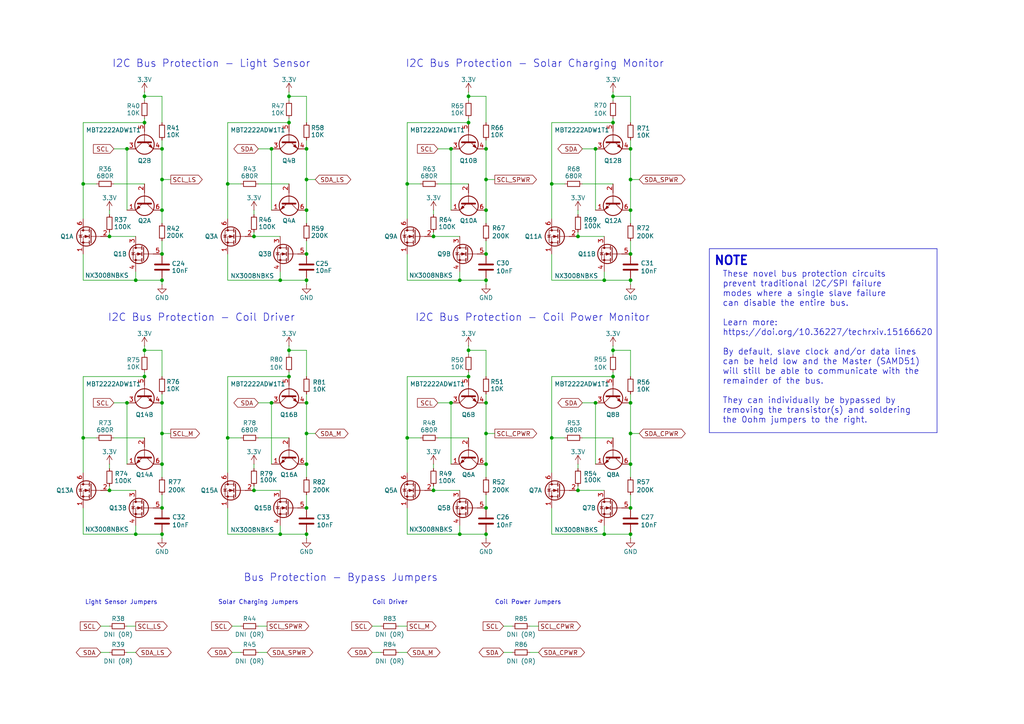
<source format=kicad_sch>
(kicad_sch (version 20231120) (generator "eeschema") (generator_version "8.0")
  (paper "A4")
  (junction (at 66.04 53.34))
  (junction (at 140.97 43.18))
  (junction (at 140.97 116.84))
  (junction (at 46.99 73.66))
  (junction (at 36.83 43.18))
  (junction (at 135.89 109.22))
  (junction (at 135.89 35.56))
  (junction (at 182.88 81.28))
  (junction (at 36.83 116.84))
  (junction (at 160.02 53.34))
  (junction (at 46.99 52.07))
  (junction (at 172.72 43.18))
  (junction (at 41.91 109.22))
  (junction (at 135.89 27.94))
  (junction (at 39.37 154.94))
  (junction (at 88.9 116.84))
  (junction (at 24.13 53.34))
  (junction (at 46.99 116.84))
  (junction (at 83.82 27.94))
  (junction (at 130.81 116.84))
  (junction (at 140.97 147.32))
  (junction (at 177.8 101.6))
  (junction (at 175.26 81.28))
  (junction (at 118.11 53.34))
  (junction (at 83.82 101.6))
  (junction (at 41.91 35.56))
  (junction (at 140.97 60.96))
  (junction (at 24.13 127))
  (junction (at 31.75 142.24))
  (junction (at 73.66 142.24))
  (junction (at 88.9 60.96))
  (junction (at 182.88 116.84))
  (junction (at 160.02 127))
  (junction (at 66.04 127))
  (junction (at 39.37 81.28))
  (junction (at 88.9 147.32))
  (junction (at 88.9 81.28))
  (junction (at 118.11 127))
  (junction (at 177.8 35.56))
  (junction (at 88.9 73.66))
  (junction (at 167.64 68.58))
  (junction (at 182.88 134.62))
  (junction (at 133.35 154.94))
  (junction (at 83.82 35.56))
  (junction (at 78.74 43.18))
  (junction (at 46.99 60.96))
  (junction (at 140.97 134.62))
  (junction (at 172.72 116.84))
  (junction (at 140.97 154.94))
  (junction (at 177.8 109.22))
  (junction (at 41.91 101.6))
  (junction (at 88.9 43.18))
  (junction (at 88.9 125.73))
  (junction (at 81.28 81.28))
  (junction (at 182.88 52.07))
  (junction (at 140.97 125.73))
  (junction (at 182.88 43.18))
  (junction (at 46.99 125.73))
  (junction (at 88.9 52.07))
  (junction (at 140.97 52.07))
  (junction (at 182.88 154.94))
  (junction (at 133.35 81.28))
  (junction (at 130.81 43.18))
  (junction (at 182.88 73.66))
  (junction (at 41.91 27.94))
  (junction (at 31.75 68.58))
  (junction (at 46.99 134.62))
  (junction (at 81.28 154.94))
  (junction (at 88.9 134.62))
  (junction (at 88.9 154.94))
  (junction (at 182.88 125.73))
  (junction (at 140.97 73.66))
  (junction (at 125.73 142.24))
  (junction (at 46.99 43.18))
  (junction (at 175.26 154.94))
  (junction (at 46.99 147.32))
  (junction (at 167.64 142.24))
  (junction (at 177.8 27.94))
  (junction (at 46.99 154.94))
  (junction (at 182.88 147.32))
  (junction (at 135.89 101.6))
  (junction (at 83.82 109.22))
  (junction (at 140.97 81.28))
  (junction (at 78.74 116.84))
  (junction (at 125.73 68.58))
  (junction (at 182.88 60.96))
  (junction (at 73.66 68.58))
  (junction (at 46.99 81.28))
  (wire (pts (xy 49.53 52.07) (xy 46.99 52.07)))
  (wire (pts (xy 160.02 53.34) (xy 163.83 53.34)))
  (wire (pts (xy 125.73 140.97) (xy 125.73 142.24)))
  (wire (pts (xy 153.67 189.23) (xy 156.21 189.23)))
  (wire (pts (xy 24.13 53.34) (xy 27.94 53.34)))
  (wire (pts (xy 182.88 27.94) (xy 177.8 27.94)))
  (wire (pts (xy 135.89 101.6) (xy 135.89 102.87)))
  (wire (pts (xy 39.37 152.4) (xy 39.37 154.94)))
  (wire (pts (xy 140.97 114.3) (xy 140.97 116.84)))
  (wire (pts (xy 118.11 53.34) (xy 118.11 35.56)))
  (wire (pts (xy 39.37 81.28) (xy 46.99 81.28)))
  (wire (pts (xy 91.44 52.07) (xy 88.9 52.07)))
  (wire (pts (xy 182.88 40.64) (xy 182.88 43.18)))
  (wire (pts (xy 115.57 189.23) (xy 118.11 189.23)))
  (wire (pts (xy 135.89 26.67) (xy 135.89 27.94)))
  (wire (pts (xy 88.9 101.6) (xy 88.9 109.22)))
  (wire (pts (xy 146.05 189.23) (xy 148.59 189.23)))
  (wire (pts (xy 74.93 43.18) (xy 78.74 43.18)))
  (wire (pts (xy 185.42 125.73) (xy 182.88 125.73)))
  (wire (pts (xy 24.13 73.66) (xy 24.13 81.28)))
  (wire (pts (xy 24.13 81.28) (xy 39.37 81.28)))
  (wire (pts (xy 78.74 43.18) (xy 78.74 60.96)))
  (wire (pts (xy 74.93 189.23) (xy 77.47 189.23)))
  (wire (pts (xy 118.11 63.5) (xy 118.11 53.34)))
  (wire (pts (xy 133.35 154.94) (xy 140.97 154.94)))
  (wire (pts (xy 177.8 107.95) (xy 177.8 109.22)))
  (wire (pts (xy 81.28 81.28) (xy 88.9 81.28)))
  (wire (pts (xy 135.89 34.29) (xy 135.89 35.56)))
  (wire (pts (xy 127 116.84) (xy 130.81 116.84)))
  (wire (pts (xy 66.04 147.32) (xy 66.04 154.94)))
  (wire (pts (xy 182.88 69.85) (xy 182.88 73.66)))
  (wire (pts (xy 46.99 101.6) (xy 46.99 109.22)))
  (wire (pts (xy 168.91 53.34) (xy 177.8 53.34)))
  (wire (pts (xy 36.83 189.23) (xy 39.37 189.23)))
  (wire (pts (xy 140.97 60.96) (xy 140.97 52.07)))
  (wire (pts (xy 153.67 181.61) (xy 156.21 181.61)))
  (wire (pts (xy 88.9 40.64) (xy 88.9 43.18)))
  (wire (pts (xy 160.02 127) (xy 160.02 109.22)))
  (wire (pts (xy 83.82 34.29) (xy 83.82 35.56)))
  (polyline (pts (xy 271.78 125.476) (xy 271.78 72.136)))
  (wire (pts (xy 36.83 181.61) (xy 39.37 181.61)))
  (wire (pts (xy 73.66 140.97) (xy 73.66 142.24)))
  (wire (pts (xy 83.82 100.33) (xy 83.82 101.6)))
  (wire (pts (xy 182.88 101.6) (xy 182.88 109.22)))
  (wire (pts (xy 140.97 27.94) (xy 135.89 27.94)))
  (wire (pts (xy 140.97 101.6) (xy 140.97 109.22)))
  (wire (pts (xy 66.04 53.34) (xy 69.85 53.34)))
  (wire (pts (xy 146.05 181.61) (xy 148.59 181.61)))
  (wire (pts (xy 66.04 127) (xy 66.04 109.22)))
  (wire (pts (xy 127 43.18) (xy 130.81 43.18)))
  (wire (pts (xy 66.04 35.56) (xy 83.82 35.56)))
  (wire (pts (xy 143.51 125.73) (xy 140.97 125.73)))
  (wire (pts (xy 66.04 73.66) (xy 66.04 81.28)))
  (wire (pts (xy 175.26 154.94) (xy 182.88 154.94)))
  (polyline (pts (xy 205.74 72.136) (xy 205.74 125.476)))
  (wire (pts (xy 125.73 68.58) (xy 133.35 68.58)))
  (wire (pts (xy 118.11 35.56) (xy 135.89 35.56)))
  (wire (pts (xy 177.8 26.67) (xy 177.8 27.94)))
  (wire (pts (xy 167.64 68.58) (xy 175.26 68.58)))
  (wire (pts (xy 167.64 134.62) (xy 167.64 135.89)))
  (wire (pts (xy 24.13 154.94) (xy 39.37 154.94)))
  (wire (pts (xy 88.9 101.6) (xy 83.82 101.6)))
  (wire (pts (xy 127 127) (xy 135.89 127)))
  (wire (pts (xy 39.37 154.94) (xy 46.99 154.94)))
  (wire (pts (xy 73.66 134.62) (xy 73.66 135.89)))
  (wire (pts (xy 46.99 69.85) (xy 46.99 73.66)))
  (wire (pts (xy 24.13 137.16) (xy 24.13 127)))
  (wire (pts (xy 172.72 116.84) (xy 172.72 134.62)))
  (wire (pts (xy 140.97 69.85) (xy 140.97 73.66)))
  (polyline (pts (xy 271.78 72.136) (xy 205.74 72.136)))
  (wire (pts (xy 78.74 116.84) (xy 78.74 134.62)))
  (wire (pts (xy 67.31 189.23) (xy 69.85 189.23)))
  (wire (pts (xy 107.95 181.61) (xy 110.49 181.61)))
  (wire (pts (xy 74.93 116.84) (xy 78.74 116.84)))
  (wire (pts (xy 29.21 181.61) (xy 31.75 181.61)))
  (wire (pts (xy 46.99 134.62) (xy 46.99 125.73)))
  (wire (pts (xy 118.11 81.28) (xy 133.35 81.28)))
  (wire (pts (xy 140.97 143.51) (xy 140.97 147.32)))
  (wire (pts (xy 167.64 60.96) (xy 167.64 62.23)))
  (wire (pts (xy 41.91 27.94) (xy 41.91 29.21)))
  (wire (pts (xy 140.97 101.6) (xy 135.89 101.6)))
  (wire (pts (xy 67.31 181.61) (xy 69.85 181.61)))
  (wire (pts (xy 140.97 52.07) (xy 140.97 43.18)))
  (wire (pts (xy 66.04 127) (xy 69.85 127)))
  (wire (pts (xy 133.35 152.4) (xy 133.35 154.94)))
  (wire (pts (xy 118.11 73.66) (xy 118.11 81.28)))
  (wire (pts (xy 185.42 52.07) (xy 182.88 52.07)))
  (wire (pts (xy 66.04 53.34) (xy 66.04 35.56)))
  (wire (pts (xy 140.97 60.96) (xy 140.97 64.77)))
  (wire (pts (xy 31.75 68.58) (xy 39.37 68.58)))
  (wire (pts (xy 140.97 134.62) (xy 140.97 125.73)))
  (wire (pts (xy 182.88 101.6) (xy 177.8 101.6)))
  (wire (pts (xy 172.72 43.18) (xy 172.72 60.96)))
  (wire (pts (xy 88.9 82.55) (xy 88.9 81.28)))
  (wire (pts (xy 73.66 60.96) (xy 73.66 62.23)))
  (wire (pts (xy 140.97 27.94) (xy 140.97 35.56)))
  (wire (pts (xy 46.99 114.3) (xy 46.99 116.84)))
  (wire (pts (xy 74.93 127) (xy 83.82 127)))
  (wire (pts (xy 83.82 27.94) (xy 83.82 29.21)))
  (wire (pts (xy 160.02 127) (xy 163.83 127)))
  (wire (pts (xy 24.13 63.5) (xy 24.13 53.34)))
  (wire (pts (xy 41.91 26.67) (xy 41.91 27.94)))
  (wire (pts (xy 182.88 114.3) (xy 182.88 116.84)))
  (wire (pts (xy 133.35 81.28) (xy 140.97 81.28)))
  (wire (pts (xy 125.73 60.96) (xy 125.73 62.23)))
  (wire (pts (xy 125.73 67.31) (xy 125.73 68.58)))
  (wire (pts (xy 24.13 127) (xy 27.94 127)))
  (wire (pts (xy 66.04 109.22) (xy 83.82 109.22)))
  (wire (pts (xy 167.64 142.24) (xy 175.26 142.24)))
  (wire (pts (xy 46.99 143.51) (xy 46.99 147.32)))
  (wire (pts (xy 168.91 116.84) (xy 172.72 116.84)))
  (wire (pts (xy 46.99 52.07) (xy 46.99 43.18)))
  (wire (pts (xy 41.91 101.6) (xy 41.91 102.87)))
  (wire (pts (xy 140.97 134.62) (xy 140.97 138.43)))
  (wire (pts (xy 73.66 68.58) (xy 81.28 68.58)))
  (wire (pts (xy 24.13 53.34) (xy 24.13 35.56)))
  (wire (pts (xy 81.28 154.94) (xy 88.9 154.94)))
  (wire (pts (xy 182.88 156.21) (xy 182.88 154.94)))
  (wire (pts (xy 31.75 67.31) (xy 31.75 68.58)))
  (wire (pts (xy 24.13 109.22) (xy 41.91 109.22)))
  (wire (pts (xy 135.89 107.95) (xy 135.89 109.22)))
  (wire (pts (xy 31.75 134.62) (xy 31.75 135.89)))
  (wire (pts (xy 115.57 181.61) (xy 118.11 181.61)))
  (wire (pts (xy 125.73 142.24) (xy 133.35 142.24)))
  (wire (pts (xy 160.02 35.56) (xy 177.8 35.56)))
  (wire (pts (xy 182.88 27.94) (xy 182.88 35.56)))
  (wire (pts (xy 88.9 134.62) (xy 88.9 125.73)))
  (wire (pts (xy 182.88 82.55) (xy 182.88 81.28)))
  (wire (pts (xy 88.9 27.94) (xy 88.9 35.56)))
  (wire (pts (xy 49.53 125.73) (xy 46.99 125.73)))
  (wire (pts (xy 140.97 82.55) (xy 140.97 81.28)))
  (wire (pts (xy 160.02 137.16) (xy 160.02 127)))
  (wire (pts (xy 33.02 43.18) (xy 36.83 43.18)))
  (wire (pts (xy 46.99 60.96) (xy 46.99 64.77)))
  (wire (pts (xy 88.9 60.96) (xy 88.9 52.07)))
  (wire (pts (xy 88.9 156.21) (xy 88.9 154.94)))
  (wire (pts (xy 39.37 78.74) (xy 39.37 81.28)))
  (wire (pts (xy 160.02 81.28) (xy 175.26 81.28)))
  (wire (pts (xy 24.13 147.32) (xy 24.13 154.94)))
  (wire (pts (xy 46.99 40.64) (xy 46.99 43.18)))
  (wire (pts (xy 41.91 100.33) (xy 41.91 101.6)))
  (wire (pts (xy 140.97 125.73) (xy 140.97 116.84)))
  (wire (pts (xy 66.04 137.16) (xy 66.04 127)))
  (wire (pts (xy 127 53.34) (xy 135.89 53.34)))
  (wire (pts (xy 24.13 127) (xy 24.13 109.22)))
  (wire (pts (xy 81.28 78.74) (xy 81.28 81.28)))
  (wire (pts (xy 29.21 189.23) (xy 31.75 189.23)))
  (wire (pts (xy 41.91 107.95) (xy 41.91 109.22)))
  (wire (pts (xy 167.64 67.31) (xy 167.64 68.58)))
  (wire (pts (xy 177.8 101.6) (xy 177.8 102.87)))
  (wire (pts (xy 46.99 125.73) (xy 46.99 116.84)))
  (wire (pts (xy 182.88 125.73) (xy 182.88 116.84)))
  (wire (pts (xy 73.66 67.31) (xy 73.66 68.58)))
  (wire (pts (xy 46.99 27.94) (xy 46.99 35.56)))
  (wire (pts (xy 31.75 142.24) (xy 39.37 142.24)))
  (wire (pts (xy 140.97 156.21) (xy 140.97 154.94)))
  (wire (pts (xy 118.11 137.16) (xy 118.11 127)))
  (wire (pts (xy 73.66 142.24) (xy 81.28 142.24)))
  (wire (pts (xy 177.8 34.29) (xy 177.8 35.56)))
  (wire (pts (xy 118.11 109.22) (xy 135.89 109.22)))
  (wire (pts (xy 168.91 43.18) (xy 172.72 43.18)))
  (wire (pts (xy 118.11 147.32) (xy 118.11 154.94)))
  (wire (pts (xy 135.89 27.94) (xy 135.89 29.21)))
  (wire (pts (xy 118.11 154.94) (xy 133.35 154.94)))
  (wire (pts (xy 160.02 73.66) (xy 160.02 81.28)))
  (wire (pts (xy 160.02 63.5) (xy 160.02 53.34)))
  (wire (pts (xy 182.88 60.96) (xy 182.88 52.07)))
  (wire (pts (xy 160.02 53.34) (xy 160.02 35.56)))
  (wire (pts (xy 46.99 101.6) (xy 41.91 101.6)))
  (wire (pts (xy 88.9 114.3) (xy 88.9 116.84)))
  (wire (pts (xy 135.89 100.33) (xy 135.89 101.6)))
  (wire (pts (xy 46.99 156.21) (xy 46.99 154.94)))
  (wire (pts (xy 160.02 154.94) (xy 175.26 154.94)))
  (wire (pts (xy 46.99 82.55) (xy 46.99 81.28)))
  (wire (pts (xy 118.11 127) (xy 121.92 127)))
  (wire (pts (xy 175.26 152.4) (xy 175.26 154.94)))
  (wire (pts (xy 88.9 134.62) (xy 88.9 138.43)))
  (wire (pts (xy 107.95 189.23) (xy 110.49 189.23)))
  (wire (pts (xy 46.99 27.94) (xy 41.91 27.94)))
  (wire (pts (xy 33.02 127) (xy 41.91 127)))
  (wire (pts (xy 83.82 107.95) (xy 83.82 109.22)))
  (wire (pts (xy 83.82 26.67) (xy 83.82 27.94)))
  (wire (pts (xy 24.13 35.56) (xy 41.91 35.56)))
  (wire (pts (xy 168.91 127) (xy 177.8 127)))
  (wire (pts (xy 33.02 116.84) (xy 36.83 116.84)))
  (wire (pts (xy 177.8 100.33) (xy 177.8 101.6)))
  (wire (pts (xy 88.9 52.07) (xy 88.9 43.18)))
  (wire (pts (xy 182.88 134.62) (xy 182.88 138.43)))
  (wire (pts (xy 46.99 60.96) (xy 46.99 52.07)))
  (wire (pts (xy 33.02 53.34) (xy 41.91 53.34)))
  (wire (pts (xy 125.73 134.62) (xy 125.73 135.89)))
  (wire (pts (xy 66.04 81.28) (xy 81.28 81.28)))
  (wire (pts (xy 83.82 101.6) (xy 83.82 102.87)))
  (wire (pts (xy 175.26 78.74) (xy 175.26 81.28)))
  (wire (pts (xy 182.88 52.07) (xy 182.88 43.18)))
  (wire (pts (xy 167.64 140.97) (xy 167.64 142.24)))
  (wire (pts (xy 88.9 125.73) (xy 88.9 116.84)))
  (wire (pts (xy 118.11 53.34) (xy 121.92 53.34)))
  (wire (pts (xy 182.88 60.96) (xy 182.88 64.77)))
  (wire (pts (xy 66.04 154.94) (xy 81.28 154.94)))
  (wire (pts (xy 160.02 147.32) (xy 160.02 154.94)))
  (wire (pts (xy 31.75 60.96) (xy 31.75 62.23)))
  (wire (pts (xy 46.99 134.62) (xy 46.99 138.43)))
  (wire (pts (xy 130.81 116.84) (xy 130.81 134.62)))
  (wire (pts (xy 91.44 125.73) (xy 88.9 125.73)))
  (wire (pts (xy 143.51 52.07) (xy 140.97 52.07)))
  (wire (pts (xy 41.91 34.29) (xy 41.91 35.56)))
  (wire (pts (xy 74.93 181.61) (xy 77.47 181.61)))
  (wire (pts (xy 74.93 53.34) (xy 83.82 53.34)))
  (wire (pts (xy 133.35 78.74) (xy 133.35 81.28)))
  (wire (pts (xy 130.81 43.18) (xy 130.81 60.96)))
  (wire (pts (xy 175.26 81.28) (xy 182.88 81.28)))
  (wire (pts (xy 140.97 40.64) (xy 140.97 43.18)))
  (wire (pts (xy 36.83 43.18) (xy 36.83 60.96)))
  (wire (pts (xy 31.75 140.97) (xy 31.75 142.24)))
  (wire (pts (xy 88.9 69.85) (xy 88.9 73.66)))
  (wire (pts (xy 177.8 27.94) (xy 177.8 29.21)))
  (wire (pts (xy 66.04 63.5) (xy 66.04 53.34)))
  (wire (pts (xy 88.9 143.51) (xy 88.9 147.32)))
  (wire (pts (xy 182.88 134.62) (xy 182.88 125.73)))
  (wire (pts (xy 81.28 152.4) (xy 81.28 154.94)))
  (wire (pts (xy 160.02 109.22) (xy 177.8 109.22)))
  (polyline (pts (xy 205.74 125.476) (xy 271.78 125.476)))
  (wire (pts (xy 182.88 143.51) (xy 182.88 147.32)))
  (wire (pts (xy 88.9 27.94) (xy 83.82 27.94)))
  (wire (pts (xy 36.83 116.84) (xy 36.83 134.62)))
  (wire (pts (xy 88.9 60.96) (xy 88.9 64.77)))
  (wire (pts (xy 118.11 127) (xy 118.11 109.22)))
  (text "I2C Bus Protection - Coil Driver" (at 31.242 93.472 0) (effects (font (size 2.159 2.159)) (justify left bottom)))
  (text "Bus Protection - Bypass Jumpers" (at 70.612 168.91 0) (effects (font (size 2.159 2.159)) (justify left bottom)))
  (text "These novel bus protection circuits\nprevent traditional I2C/SPI failure \nmodes where a single slave failure\ncan disable the entire bus.\n\nLearn more: \nhttps://doi.org/10.36227/techrxiv.15166620\n\nBy default, slave clock and/or data lines \ncan be held low and the Master (SAMD51) \nwill still be able to communicate with the \nremainder of the bus.\n\nThey can individually be bypassed by \nremoving the transistor(s) and soldering\nthe 0ohm jumpers to the right." (at 209.55 122.936 0) (effects (font (size 1.7526 1.7526)) (justify left bottom)))
  (text "Coil Driver" (at 107.95 175.514 0) (effects (font (size 1.27 1.27)) (justify left bottom)))
  (text "Solar Charging Jumpers" (at 63.246 175.514 0) (effects (font (size 1.27 1.27)) (justify left bottom)))
  (text "Coil Power Jumpers" (at 143.51 175.514 0) (effects (font (size 1.27 1.27)) (justify left bottom)))
  (text "I2C Bus Protection - Coil Power Monitor" (at 120.396 93.472 0) (effects (font (size 2.159 2.159)) (justify left bottom)))
  (text "I2C Bus Protection - Light Sensor" (at 32.512 19.812 0) (effects (font (size 2.159 2.159)) (justify left bottom)))
  (text "NOTE" (at 207.01 77.216 0) (effects (font (size 2.54 2.54) (thickness 0.508) (bold yes)) (justify left bottom)))
  (text "I2C Bus Protection - Solar Charging Monitor" (at 117.602 19.812 0) (effects (font (size 2.159 2.159)) (justify left bottom)))
  (text "Light Sensor Jumpers" (at 24.638 175.514 0) (effects (font (size 1.27 1.27)) (justify left bottom)))
  (global_label "SDA" (shape bidirectional) (at 74.93 43.18 180) (property "Intersheetrefs" "${INTERSHEET_REFS}" (effects (hide yes))))
  (global_label "SCL_SPWR" (shape output) (at 143.51 52.07 0) (property "Intersheetrefs" "${INTERSHEET_REFS}" (effects (hide yes))))
  (global_label "SDA_LS" (shape bidirectional) (at 91.44 52.07 0) (property "Intersheetrefs" "${INTERSHEET_REFS}" (effects (hide yes))))
  (global_label "SCL" (shape input) (at 146.05 181.61 180) (property "Intersheetrefs" "${INTERSHEET_REFS}" (effects (hide yes))))
  (global_label "SCL" (shape input) (at 127 116.84 180) (property "Intersheetrefs" "${INTERSHEET_REFS}" (effects (hide yes))))
  (global_label "SCL" (shape input) (at 67.31 181.61 180) (property "Intersheetrefs" "${INTERSHEET_REFS}" (effects (hide yes))))
  (global_label "SCL_M" (shape output) (at 118.11 181.61 0) (property "Intersheetrefs" "${INTERSHEET_REFS}" (effects (hide yes))))
  (global_label "SDA_CPWR" (shape bidirectional) (at 156.21 189.23 0) (property "Intersheetrefs" "${INTERSHEET_REFS}" (effects (hide yes))))
  (global_label "SCL_CPWR" (shape output) (at 156.21 181.61 0) (property "Intersheetrefs" "${INTERSHEET_REFS}" (effects (hide yes))))
  (global_label "SCL" (shape input) (at 29.21 181.61 180) (property "Intersheetrefs" "${INTERSHEET_REFS}" (effects (hide yes))))
  (global_label "SDA" (shape bidirectional) (at 67.31 189.23 180) (property "Intersheetrefs" "${INTERSHEET_REFS}" (effects (hide yes))))
  (global_label "SDA" (shape bidirectional) (at 74.93 116.84 180) (property "Intersheetrefs" "${INTERSHEET_REFS}" (effects (hide yes))))
  (global_label "SDA" (shape bidirectional) (at 168.91 116.84 180) (property "Intersheetrefs" "${INTERSHEET_REFS}" (effects (hide yes))))
  (global_label "SCL_CPWR" (shape output) (at 143.51 125.73 0) (property "Intersheetrefs" "${INTERSHEET_REFS}" (effects (hide yes))))
  (global_label "SCL_M" (shape output) (at 49.53 125.73 0) (property "Intersheetrefs" "${INTERSHEET_REFS}" (effects (hide yes))))
  (global_label "SDA" (shape bidirectional) (at 107.95 189.23 180) (property "Intersheetrefs" "${INTERSHEET_REFS}" (effects (hide yes))))
  (global_label "SCL" (shape input) (at 33.02 116.84 180) (property "Intersheetrefs" "${INTERSHEET_REFS}" (effects (hide yes))))
  (global_label "SDA_M" (shape bidirectional) (at 91.44 125.73 0) (property "Intersheetrefs" "${INTERSHEET_REFS}" (effects (hide yes))))
  (global_label "SCL_LS" (shape output) (at 49.53 52.07 0) (property "Intersheetrefs" "${INTERSHEET_REFS}" (effects (hide yes))))
  (global_label "SDA" (shape bidirectional) (at 168.91 43.18 180) (property "Intersheetrefs" "${INTERSHEET_REFS}" (effects (hide yes))))
  (global_label "SDA_CPWR" (shape bidirectional) (at 185.42 125.73 0) (property "Intersheetrefs" "${INTERSHEET_REFS}" (effects (hide yes))))
  (global_label "SCL_SPWR" (shape output) (at 77.47 181.61 0) (property "Intersheetrefs" "${INTERSHEET_REFS}" (effects (hide yes))))
  (global_label "SDA_LS" (shape bidirectional) (at 39.37 189.23 0) (property "Intersheetrefs" "${INTERSHEET_REFS}" (effects (hide yes))))
  (global_label "SDA_SPWR" (shape bidirectional) (at 185.42 52.07 0) (property "Intersheetrefs" "${INTERSHEET_REFS}" (effects (hide yes))))
  (global_label "SCL_LS" (shape output) (at 39.37 181.61 0) (property "Intersheetrefs" "${INTERSHEET_REFS}" (effects (hide yes))))
  (global_label "SCL" (shape input) (at 127 43.18 180) (property "Intersheetrefs" "${INTERSHEET_REFS}" (effects (hide yes))))
  (global_label "SCL" (shape input) (at 107.95 181.61 180) (property "Intersheetrefs" "${INTERSHEET_REFS}" (effects (hide yes))))
  (global_label "SDA" (shape bidirectional) (at 29.21 189.23 180) (property "Intersheetrefs" "${INTERSHEET_REFS}" (effects (hide yes))))
  (global_label "SCL" (shape input) (at 33.02 43.18 180) (property "Intersheetrefs" "${INTERSHEET_REFS}" (effects (hide yes))))
  (global_label "SDA" (shape bidirectional) (at 146.05 189.23 180) (property "Intersheetrefs" "${INTERSHEET_REFS}" (effects (hide yes))))
  (global_label "SDA_M" (shape bidirectional) (at 118.11 189.23 0) (property "Intersheetrefs" "${INTERSHEET_REFS}" (effects (hide yes))))
  (global_label "SDA_SPWR" (shape bidirectional) (at 77.47 189.23 0) (property "Intersheetrefs" "${INTERSHEET_REFS}" (effects (hide yes))))
  (symbol (lib_id "Transistor_BJT:MBT2222ADW1T1") (at 83.82 58.42 270) (unit 1)
    (property "Reference" "Q4" (at 83.82 64.008 90))
    (property "Value" "MBT2222ADW1T1" (effects (hide yes)))
    (property "Footprint" "Package_TO_SOT_SMD:SOT-363_SC-70-6" (effects (hide yes)))
    (property "Datasheet" "http://www.onsemi.com/pub_link/Collateral/MBT2222ADW1T1-D.PDF" (effects (hide yes)))
    (property "Description" "Dual NPN BJT - 2NPN" (effects (hide yes)))
    (property "Flight" "MBT2222ADW1T1G" (effects (hide yes)))
    (property "Manufacturer_Name" "ON Semiconductor" (effects (hide yes)))
    (property "Manufacturer_Part_Number" "MBT2222ADW1T1G" (effects (hide yes)))
    (property "Proto" "MBT2222ADW1T1G" (effects (hide yes)))
  )
  (symbol (lib_id "mainboard:NX3008NBKS") (at 67.31 68.58 0) (mirror y) (unit 1)
    (property "Reference" "Q3" (at 63.246 68.58 0) (effects (justify left)))
    (property "Value" "NX3008NBKS" (at 79.502 80.01 0) (effects (justify left)))
    (property "Footprint" "Package_TO_SOT_SMD:SOT-363_SC-70-6" (effects (hide yes)))
    (property "Datasheet" "https://assets.nexperia.com/documents/data-sheet/NX3008NBKS.pdf" (effects (hide yes)))
    (property "Description" "Dual N-Channel MOSFET - 2NMOS" (effects (hide yes)))
    (property "Manufacturer_Name" "Nexperia USA Inc." (effects (hide yes)))
    (property "Manufacturer_Part_Number" "NX3008NBKS" (effects (hide yes)))
  )
  (symbol (lib_id "Device:R_Small") (at 88.9 140.97 0) (unit 1)
    (property "Reference" "R82" (at 90.6272 139.8016 0) (effects (justify left)))
    (property "Value" "200K" (at 90.6272 142.113 0) (effects (justify left)))
    (property "Footprint" "Resistor_SMD:R_0603_1608Metric" (effects (hide yes)))
    (property "Description" "Resistor, small symbol" (effects (hide yes)))
  )
  (symbol (lib_id "power:GND") (at 88.9 82.55 0) (unit 1)
    (property "Reference" "#PWR022" (effects (hide yes)))
    (property "Value" "GND" (at 88.9 86.36 0))
  )
  (symbol (lib_id "mainboard:NX3008NBKS") (at 134.62 73.66 0) (mirror y) (unit 2)
    (property "Reference" "Q9" (at 130.81 73.66 0) (effects (justify left)))
    (property "Value" "NX3008NBKS" (effects (hide yes)))
    (property "Footprint" "Package_TO_SOT_SMD:SOT-363_SC-70-6" (effects (hide yes)))
    (property "Datasheet" "https://assets.nexperia.com/documents/data-sheet/NX3008NBKS.pdf" (effects (hide yes)))
    (property "Description" "Dual N-Channel MOSFET - 2NMOS" (effects (hide yes)))
    (property "Manufacturer_Name" "Nexperia USA Inc." (effects (hide yes)))
    (property "Manufacturer_Part_Number" "NX3008NBKS" (effects (hide yes)))
  )
  (symbol (lib_id "Device:R_Small") (at 46.99 67.31 0) (unit 1)
    (property "Reference" "R42" (at 48.26 66.294 0) (effects (justify left)))
    (property "Value" "200K" (at 48.26 68.326 0) (effects (justify left)))
    (property "Footprint" "Resistor_SMD:R_0603_1608Metric" (effects (hide yes)))
    (property "Description" "Resistor, small symbol" (effects (hide yes)))
  )
  (symbol (lib_id "mainboard:NX3008NBKS") (at 25.4 142.24 0) (mirror y) (unit 1)
    (property "Reference" "Q13" (at 21.336 142.24 0) (effects (justify left)))
    (property "Value" "NX3008NBKS" (at 37.338 153.543 0) (effects (justify left)))
    (property "Footprint" "Package_TO_SOT_SMD:SOT-363_SC-70-6" (effects (hide yes)))
    (property "Datasheet" "https://assets.nexperia.com/documents/data-sheet/NX3008NBKS.pdf" (effects (hide yes)))
    (property "Description" "Dual N-Channel MOSFET - 2NMOS" (effects (hide yes)))
    (property "Manufacturer_Name" "Nexperia USA Inc." (effects (hide yes)))
    (property "Manufacturer_Part_Number" "NX3008NBKS" (effects (hide yes)))
  )
  (symbol (lib_id "Transistor_BJT:MBT2222ADW1T1") (at 135.89 132.08 270) (unit 1)
    (property "Reference" "Q6" (at 135.89 137.668 90))
    (property "Value" "MBT2222ADW1T1" (effects (hide yes)))
    (property "Footprint" "Package_TO_SOT_SMD:SOT-363_SC-70-6" (effects (hide yes)))
    (property "Datasheet" "http://www.onsemi.com/pub_link/Collateral/MBT2222ADW1T1-D.PDF" (effects (hide yes)))
    (property "Description" "Dual NPN BJT - 2NPN" (effects (hide yes)))
    (property "Flight" "MBT2222ADW1T1G" (effects (hide yes)))
    (property "Manufacturer_Name" "ON Semiconductor" (effects (hide yes)))
    (property "Manufacturer_Part_Number" "MBT2222ADW1T1G" (effects (hide yes)))
    (property "Proto" "MBT2222ADW1T1G" (effects (hide yes)))
  )
  (symbol (lib_id "power:GND") (at 140.97 156.21 0) (unit 1)
    (property "Reference" "#PWR025" (effects (hide yes)))
    (property "Value" "GND" (at 140.97 160.02 0))
  )
  (symbol (lib_id "Device:R_Small") (at 83.82 31.75 0) (unit 1)
    (property "Reference" "R47" (at 82.55 30.734 0) (effects (justify right)))
    (property "Value" "10K" (at 82.55 32.766 0) (effects (justify right)))
    (property "Footprint" "Resistor_SMD:R_0603_1608Metric" (effects (hide yes)))
    (property "Description" "Resistor, small symbol" (effects (hide yes)))
  )
  (symbol (lib_id "Device:R_Small") (at 135.89 31.75 0) (unit 1)
    (property "Reference" "R65" (at 134.62 30.734 0) (effects (justify right)))
    (property "Value" "10K" (at 134.62 32.766 0) (effects (justify right)))
    (property "Footprint" "Resistor_SMD:R_0603_1608Metric" (effects (hide yes)))
    (property "Description" "Resistor, small symbol" (effects (hide yes)))
  )
  (symbol (lib_id "Device:R_Small") (at 73.66 138.43 0) (unit 1)
    (property "Reference" "R79" (at 75.311 137.414 0) (effects (justify left)))
    (property "Value" "100K" (at 75.311 139.192 0) (effects (justify left)))
    (property "Footprint" "Resistor_SMD:R_0603_1608Metric" (effects (hide yes)))
    (property "Description" "Resistor, small symbol" (effects (hide yes)))
  )
  (symbol (lib_id "Device:R_Small") (at 177.8 105.41 0) (unit 1)
    (property "Reference" "R55" (at 176.0982 104.2416 0) (effects (justify right)))
    (property "Value" "10K" (at 176.0982 106.553 0) (effects (justify right)))
    (property "Footprint" "Resistor_SMD:R_0603_1608Metric" (effects (hide yes)))
    (property "Description" "Resistor, small symbol" (effects (hide yes)))
  )
  (symbol (lib_id "Device:R_Small") (at 125.73 64.77 0) (unit 1)
    (property "Reference" "R64" (at 127.254 63.754 0) (effects (justify left)))
    (property "Value" "100K" (at 127.127 65.786 0) (effects (justify left)))
    (property "Footprint" "Resistor_SMD:R_0603_1608Metric" (effects (hide yes)))
    (property "Description" "Resistor, small symbol" (effects (hide yes)))
  )
  (symbol (lib_id "Device:R_Small") (at 182.88 111.76 0) (unit 1)
    (property "Reference" "R56" (at 184.658 110.871 0) (effects (justify left)))
    (property "Value" "10K" (at 184.658 112.903 0) (effects (justify left)))
    (property "Footprint" "Resistor_SMD:R_0603_1608Metric" (effects (hide yes)))
    (property "Description" "Resistor, small symbol" (effects (hide yes)))
  )
  (symbol (lib_id "mainboard:NX3008NBKS") (at 67.31 142.24 0) (mirror y) (unit 1)
    (property "Reference" "Q15" (at 63.246 142.24 0) (effects (justify left)))
    (property "Value" "NX3008NBKS" (at 79.502 153.67 0) (effects (justify left)))
    (property "Footprint" "Package_TO_SOT_SMD:SOT-363_SC-70-6" (effects (hide yes)))
    (property "Datasheet" "https://assets.nexperia.com/documents/data-sheet/NX3008NBKS.pdf" (effects (hide yes)))
    (property "Description" "Dual N-Channel MOSFET - 2NMOS" (effects (hide yes)))
    (property "Manufacturer_Name" "Nexperia USA Inc." (effects (hide yes)))
    (property "Manufacturer_Part_Number" "NX3008NBKS" (effects (hide yes)))
  )
  (symbol (lib_id "power:+3.3V") (at 135.89 100.33 0) (unit 1)
    (property "Reference" "#SUPPLY012" (effects (hide yes)))
    (property "Value" "3.3V" (at 135.89 96.774 0))
    (property "Description" "Power symbol creates a global label with name \"+3.3V\"" (effects (hide yes)))
  )
  (symbol (lib_id "Transistor_BJT:MBT2222ADW1T1") (at 41.91 58.42 270) (unit 1)
    (property "Reference" "Q2" (at 41.91 64.008 90))
    (property "Value" "MBT2222ADW1T1" (effects (hide yes)))
    (property "Footprint" "Package_TO_SOT_SMD:SOT-363_SC-70-6" (effects (hide yes)))
    (property "Datasheet" "http://www.onsemi.com/pub_link/Collateral/MBT2222ADW1T1-D.PDF" (effects (hide yes)))
    (property "Description" "Dual NPN BJT - 2NPN" (effects (hide yes)))
    (property "Flight" "MBT2222ADW1T1G" (effects (hide yes)))
    (property "Manufacturer_Name" "ON Semiconductor" (effects (hide yes)))
    (property "Manufacturer_Part_Number" "MBT2222ADW1T1G" (effects (hide yes)))
    (property "Proto" "MBT2222ADW1T1G" (effects (hide yes)))
  )
  (symbol (lib_id "power:+3.3V") (at 31.75 60.96 0) (unit 1)
    (property "Reference" "#SUPPLY06" (effects (hide yes)))
    (property "Value" "3.3V" (at 31.75 57.404 0))
    (property "Description" "Power symbol creates a global label with name \"+3.3V\"" (effects (hide yes)))
  )
  (symbol (lib_id "power:+3.3V") (at 125.73 134.62 0) (unit 1)
    (property "Reference" "#SUPPLY016" (effects (hide yes)))
    (property "Value" "3.3V" (at 125.73 131.064 0))
    (property "Description" "Power symbol creates a global label with name \"+3.3V\"" (effects (hide yes)))
  )
  (symbol (lib_id "power:+3.3V") (at 167.64 134.62 0) (unit 1)
    (property "Reference" "#SUPPLY017" (effects (hide yes)))
    (property "Value" "3.3V" (at 167.64 131.064 0))
    (property "Description" "Power symbol creates a global label with name \"+3.3V\"" (effects (hide yes)))
  )
  (symbol (lib_id "Transistor_BJT:MBT2222ADW1T1") (at 41.91 114.3 90) (mirror x) (unit 2)
    (property "Reference" "Q14" (at 41.91 120.269 90))
    (property "Value" "MBT2222ADW1T1" (at 32.893 111.379 90))
    (property "Footprint" "Package_TO_SOT_SMD:SOT-363_SC-70-6" (effects (hide yes)))
    (property "Datasheet" "http://www.onsemi.com/pub_link/Collateral/MBT2222ADW1T1-D.PDF" (effects (hide yes)))
    (property "Description" "Dual NPN BJT - 2NPN" (effects (hide yes)))
    (property "Flight" "MBT2222ADW1T1G" (effects (hide yes)))
    (property "Manufacturer_Name" "ON Semiconductor" (effects (hide yes)))
    (property "Manufacturer_Part_Number" "MBT2222ADW1T1G" (effects (hide yes)))
    (property "Proto" "MBT2222ADW1T1G" (effects (hide yes)))
  )
  (symbol (lib_id "power:GND") (at 182.88 82.55 0) (unit 1)
    (property "Reference" "#PWR040" (effects (hide yes)))
    (property "Value" "GND" (at 182.88 86.36 0))
  )
  (symbol (lib_id "Transistor_BJT:MBT2222ADW1T1") (at 177.8 40.64 90) (mirror x) (unit 2)
    (property "Reference" "Q12" (at 177.8 46.609 90))
    (property "Value" "MBT2222ADW1T1" (at 168.783 37.719 90))
    (property "Footprint" "Package_TO_SOT_SMD:SOT-363_SC-70-6" (effects (hide yes)))
    (property "Datasheet" "http://www.onsemi.com/pub_link/Collateral/MBT2222ADW1T1-D.PDF" (effects (hide yes)))
    (property "Description" "Dual NPN BJT - 2NPN" (effects (hide yes)))
    (property "Flight" "MBT2222ADW1T1G" (effects (hide yes)))
    (property "Manufacturer_Name" "ON Semiconductor" (effects (hide yes)))
    (property "Manufacturer_Part_Number" "MBT2222ADW1T1G" (effects (hide yes)))
    (property "Proto" "MBT2222ADW1T1G" (effects (hide yes)))
  )
  (symbol (lib_id "Device:R_Small") (at 41.91 105.41 0) (unit 1)
    (property "Reference" "R75" (at 40.64 104.394 0) (effects (justify right)))
    (property "Value" "10K" (at 40.64 106.426 0) (effects (justify right)))
    (property "Footprint" "Resistor_SMD:R_0603_1608Metric" (effects (hide yes)))
    (property "Description" "Resistor, small symbol" (effects (hide yes)))
  )
  (symbol (lib_id "mainboard:NX3008NBKS") (at 82.55 147.32 0) (mirror y) (unit 2)
    (property "Reference" "Q15" (at 78.867 147.32 0) (effects (justify left)))
    (property "Value" "NX3008NBKS" (effects (hide yes)))
    (property "Footprint" "Package_TO_SOT_SMD:SOT-363_SC-70-6" (effects (hide yes)))
    (property "Datasheet" "https://assets.nexperia.com/documents/data-sheet/NX3008NBKS.pdf" (effects (hide yes)))
    (property "Description" "Dual N-Channel MOSFET - 2NMOS" (effects (hide yes)))
    (property "Manufacturer_Name" "Nexperia USA Inc." (effects (hide yes)))
    (property "Manufacturer_Part_Number" "NX3008NBKS" (effects (hide yes)))
  )
  (symbol (lib_id "Device:R_Small") (at 151.13 189.23 270) (unit 1)
    (property "Reference" "R86" (at 151.13 186.944 90))
    (property "Value" "DNI (0R)" (at 151.13 191.77 90))
    (property "Footprint" "Resistor_SMD:R_0603_1608Metric" (effects (hide yes)))
    (property "Description" "Resistor, small symbol" (effects (hide yes)))
    (property "DNI" "DNI" (effects (hide yes)))
  )
  (symbol (lib_id "power:GND") (at 182.88 156.21 0) (unit 1)
    (property "Reference" "#PWR028" (effects (hide yes)))
    (property "Value" "GND" (at 182.88 160.02 0))
  )
  (symbol (lib_id "Device:C") (at 88.9 151.13 0) (unit 1)
    (property "Reference" "C33" (at 91.821 149.987 0) (effects (justify left)))
    (property "Value" "10nF" (at 91.821 152.273 0) (effects (justify left)))
    (property "Footprint" "Capacitor_SMD:C_0603_1608Metric" (effects (hide yes)))
    (property "Description" "10nF +-10% 50V X7R" (effects (hide yes)))
  )
  (symbol (lib_id "mainboard:NX3008NBKS") (at 25.4 68.58 0) (mirror y) (unit 1)
    (property "Reference" "Q1" (at 21.336 68.58 0) (effects (justify left)))
    (property "Value" "NX3008NBKS" (at 37.338 79.883 0) (effects (justify left)))
    (property "Footprint" "Package_TO_SOT_SMD:SOT-363_SC-70-6" (effects (hide yes)))
    (property "Datasheet" "https://assets.nexperia.com/documents/data-sheet/NX3008NBKS.pdf" (effects (hide yes)))
    (property "Description" "Dual N-Channel MOSFET - 2NMOS" (effects (hide yes)))
    (property "Manufacturer_Name" "Nexperia USA Inc." (effects (hide yes)))
    (property "Manufacturer_Part_Number" "NX3008NBKS" (effects (hide yes)))
  )
  (symbol (lib_id "Device:R_Small") (at 34.29 189.23 270) (unit 1)
    (property "Reference" "R39" (at 34.29 186.944 90))
    (property "Value" "DNI (0R)" (at 34.29 191.77 90))
    (property "Footprint" "Resistor_SMD:R_0603_1608Metric" (effects (hide yes)))
    (property "Description" "Resistor, small symbol" (effects (hide yes)))
    (property "DNI" "DNI" (effects (hide yes)))
  )
  (symbol (lib_id "Device:R_Small") (at 166.37 53.34 270) (unit 1)
    (property "Reference" "R68" (at 166.37 49.022 90))
    (property "Value" "680R" (at 166.37 51.054 90))
    (property "Footprint" "Resistor_SMD:R_0603_1608Metric" (effects (hide yes)))
    (property "Description" "Resistor, small symbol" (effects (hide yes)))
  )
  (symbol (lib_id "Device:R_Small") (at 30.48 53.34 270) (unit 1)
    (property "Reference" "R36" (at 30.48 49.022 90))
    (property "Value" "680R" (at 30.48 51.054 90))
    (property "Footprint" "Resistor_SMD:R_0603_1608Metric" (effects (hide yes)))
    (property "Description" "Resistor, small symbol" (effects (hide yes)))
  )
  (symbol (lib_id "Transistor_BJT:MBT2222ADW1T1") (at 83.82 114.3 90) (mirror x) (unit 2)
    (property "Reference" "Q16" (at 83.82 120.269 90))
    (property "Value" "MBT2222ADW1T1" (at 74.803 111.379 90))
    (property "Footprint" "Package_TO_SOT_SMD:SOT-363_SC-70-6" (effects (hide yes)))
    (property "Datasheet" "http://www.onsemi.com/pub_link/Collateral/MBT2222ADW1T1-D.PDF" (effects (hide yes)))
    (property "Description" "Dual NPN BJT - 2NPN" (effects (hide yes)))
    (property "Flight" "MBT2222ADW1T1G" (effects (hide yes)))
    (property "Manufacturer_Name" "ON Semiconductor" (effects (hide yes)))
    (property "Manufacturer_Part_Number" "MBT2222ADW1T1G" (effects (hide yes)))
    (property "Proto" "MBT2222ADW1T1G" (effects (hide yes)))
  )
  (symbol (lib_id "Device:R_Small") (at 177.8 31.75 0) (unit 1)
    (property "Reference" "R70" (at 176.0982 30.5816 0) (effects (justify right)))
    (property "Value" "10K" (at 176.0982 32.893 0) (effects (justify right)))
    (property "Footprint" "Resistor_SMD:R_0603_1608Metric" (effects (hide yes)))
    (property "Description" "Resistor, small symbol" (effects (hide yes)))
  )
  (symbol (lib_id "Transistor_BJT:MBT2222ADW1T1") (at 83.82 132.08 270) (unit 1)
    (property "Reference" "Q16" (at 83.82 137.668 90))
    (property "Value" "MBT2222ADW1T1" (effects (hide yes)))
    (property "Footprint" "Package_TO_SOT_SMD:SOT-363_SC-70-6" (effects (hide yes)))
    (property "Datasheet" "http://www.onsemi.com/pub_link/Collateral/MBT2222ADW1T1-D.PDF" (effects (hide yes)))
    (property "Description" "Dual NPN BJT - 2NPN" (effects (hide yes)))
    (property "Flight" "MBT2222ADW1T1G" (effects (hide yes)))
    (property "Manufacturer_Name" "ON Semiconductor" (effects (hide yes)))
    (property "Manufacturer_Part_Number" "MBT2222ADW1T1G" (effects (hide yes)))
    (property "Proto" "MBT2222ADW1T1G" (effects (hide yes)))
  )
  (symbol (lib_id "Transistor_BJT:MBT2222ADW1T1") (at 41.91 132.08 270) (unit 1)
    (property "Reference" "Q14" (at 41.91 137.668 90))
    (property "Value" "MBT2222ADW1T1" (effects (hide yes)))
    (property "Footprint" "Package_TO_SOT_SMD:SOT-363_SC-70-6" (effects (hide yes)))
    (property "Datasheet" "http://www.onsemi.com/pub_link/Collateral/MBT2222ADW1T1-D.PDF" (effects (hide yes)))
    (property "Description" "Dual NPN BJT - 2NPN" (effects (hide yes)))
    (property "Flight" "MBT2222ADW1T1G" (effects (hide yes)))
    (property "Manufacturer_Name" "ON Semiconductor" (effects (hide yes)))
    (property "Manufacturer_Part_Number" "MBT2222ADW1T1G" (effects (hide yes)))
    (property "Proto" "MBT2222ADW1T1G" (effects (hide yes)))
  )
  (symbol (lib_id "Device:R_Small") (at 72.39 181.61 270) (unit 1)
    (property "Reference" "R44" (at 72.39 179.451 90))
    (property "Value" "DNI (0R)" (at 72.39 184.023 90))
    (property "Footprint" "Resistor_SMD:R_0603_1608Metric" (effects (hide yes)))
    (property "Description" "Resistor, small symbol" (effects (hide yes)))
    (property "DNI" "DNI" (effects (hide yes)))
  )
  (symbol (lib_id "Device:R_Small") (at 46.99 38.1 0) (unit 1)
    (property "Reference" "R41" (at 48.26 37.084 0) (effects (justify left)))
    (property "Value" "10K" (at 48.26 39.116 0) (effects (justify left)))
    (property "Footprint" "Resistor_SMD:R_0603_1608Metric" (effects (hide yes)))
    (property "Description" "Resistor, small symbol" (effects (hide yes)))
  )
  (symbol (lib_id "Device:R_Small") (at 151.13 181.61 270) (unit 1)
    (property "Reference" "R85" (at 151.13 179.451 90))
    (property "Value" "DNI (0R)" (at 151.13 184.023 90))
    (property "Footprint" "Resistor_SMD:R_0603_1608Metric" (effects (hide yes)))
    (property "Description" "Resistor, small symbol" (effects (hide yes)))
    (property "DNI" "DNI" (effects (hide yes)))
  )
  (symbol (lib_id "Transistor_BJT:MBT2222ADW1T1") (at 135.89 114.3 90) (mirror x) (unit 2)
    (property "Reference" "Q6" (at 135.89 120.269 90))
    (property "Value" "MBT2222ADW1T1" (at 126.873 111.379 90))
    (property "Footprint" "Package_TO_SOT_SMD:SOT-363_SC-70-6" (effects (hide yes)))
    (property "Datasheet" "http://www.onsemi.com/pub_link/Collateral/MBT2222ADW1T1-D.PDF" (effects (hide yes)))
    (property "Description" "Dual NPN BJT - 2NPN" (effects (hide yes)))
    (property "Flight" "MBT2222ADW1T1G" (effects (hide yes)))
    (property "Manufacturer_Name" "ON Semiconductor" (effects (hide yes)))
    (property "Manufacturer_Part_Number" "MBT2222ADW1T1G" (effects (hide yes)))
    (property "Proto" "MBT2222ADW1T1G" (effects (hide yes)))
  )
  (symbol (lib_id "Device:R_Small") (at 88.9 111.76 0) (unit 1)
    (property "Reference" "R81" (at 90.678 110.871 0) (effects (justify left)))
    (property "Value" "10K" (at 90.678 112.903 0) (effects (justify left)))
    (property "Footprint" "Resistor_SMD:R_0603_1608Metric" (effects (hide yes)))
    (property "Description" "Resistor, small symbol" (effects (hide yes)))
  )
  (symbol (lib_id "Device:R_Small") (at 41.91 31.75 0) (unit 1)
    (property "Reference" "R40" (at 40.64 30.734 0) (effects (justify right)))
    (property "Value" "10K" (at 40.64 32.766 0) (effects (justify right)))
    (property "Footprint" "Resistor_SMD:R_0603_1608Metric" (effects (hide yes)))
    (property "Description" "Resistor, small symbol" (effects (hide yes)))
  )
  (symbol (lib_id "Device:R_Small") (at 140.97 111.76 0) (unit 1)
    (property "Reference" "R51" (at 142.24 110.744 0) (effects (justify left)))
    (property "Value" "10K" (at 142.24 112.776 0) (effects (justify left)))
    (property "Footprint" "Resistor_SMD:R_0603_1608Metric" (effects (hide yes)))
    (property "Description" "Resistor, small symbol" (effects (hide yes)))
  )
  (symbol (lib_id "Device:R_Small") (at 72.39 189.23 270) (unit 1)
    (property "Reference" "R45" (at 72.39 186.944 90))
    (property "Value" "DNI (0R)" (at 72.39 191.77 90))
    (property "Footprint" "Resistor_SMD:R_0603_1608Metric" (effects (hide yes)))
    (property "Description" "Resistor, small symbol" (effects (hide yes)))
    (property "DNI" "DNI" (effects (hide yes)))
  )
  (symbol (lib_id "Device:R_Small") (at 124.46 127 270) (unit 1)
    (property "Reference" "R48" (at 124.46 122.682 90))
    (property "Value" "680R" (at 124.46 124.714 90))
    (property "Footprint" "Resistor_SMD:R_0603_1608Metric" (effects (hide yes)))
    (property "Description" "Resistor, small symbol" (effects (hide yes)))
  )
  (symbol (lib_id "power:+3.3V") (at 167.64 60.96 0) (unit 1)
    (property "Reference" "#SUPPLY09" (effects (hide yes)))
    (property "Value" "3.3V" (at 167.64 57.404 0))
    (property "Description" "Power symbol creates a global label with name \"+3.3V\"" (effects (hide yes)))
  )
  (symbol (lib_id "mainboard:NX3008NBKS") (at 40.64 73.66 0) (mirror y) (unit 2)
    (property "Reference" "Q1" (at 36.83 73.66 0) (effects (justify left)))
    (property "Value" "NX3008NBKS" (effects (hide yes)))
    (property "Footprint" "Package_TO_SOT_SMD:SOT-363_SC-70-6" (effects (hide yes)))
    (property "Datasheet" "https://assets.nexperia.com/documents/data-sheet/NX3008NBKS.pdf" (effects (hide yes)))
    (property "Description" "Dual N-Channel MOSFET - 2NMOS" (effects (hide yes)))
    (property "Manufacturer_Name" "Nexperia USA Inc." (effects (hide yes)))
    (property "Manufacturer_Part_Number" "NX3008NBKS" (effects (hide yes)))
  )
  (symbol (lib_id "Device:R_Small") (at 46.99 111.76 0) (unit 1)
    (property "Reference" "R76" (at 48.26 110.744 0) (effects (justify left)))
    (property "Value" "10K" (at 48.26 112.776 0) (effects (justify left)))
    (property "Footprint" "Resistor_SMD:R_0603_1608Metric" (effects (hide yes)))
    (property "Description" "Resistor, small symbol" (effects (hide yes)))
  )
  (symbol (lib_id "Transistor_BJT:MBT2222ADW1T1") (at 83.82 40.64 90) (mirror x) (unit 2)
    (property "Reference" "Q4" (at 83.82 46.609 90))
    (property "Value" "MBT2222ADW1T1" (at 74.803 37.719 90))
    (property "Footprint" "Package_TO_SOT_SMD:SOT-363_SC-70-6" (effects (hide yes)))
    (property "Datasheet" "http://www.onsemi.com/pub_link/Collateral/MBT2222ADW1T1-D.PDF" (effects (hide yes)))
    (property "Description" "Dual NPN BJT - 2NPN" (effects (hide yes)))
    (property "Flight" "MBT2222ADW1T1G" (effects (hide yes)))
    (property "Manufacturer_Name" "ON Semiconductor" (effects (hide yes)))
    (property "Manufacturer_Part_Number" "MBT2222ADW1T1G" (effects (hide yes)))
    (property "Proto" "MBT2222ADW1T1G" (effects (hide yes)))
  )
  (symbol (lib_id "Device:C") (at 140.97 77.47 0) (unit 1)
    (property "Reference" "C30" (at 143.891 76.3016 0) (effects (justify left)))
    (property "Value" "10nF" (at 143.891 78.613 0) (effects (justify left)))
    (property "Footprint" "Capacitor_SMD:C_0603_1608Metric" (effects (hide yes)))
    (property "Description" "10nF +-10% 50V X7R" (effects (hide yes)))
  )
  (symbol (lib_id "power:+3.3V") (at 125.73 60.96 0) (unit 1)
    (property "Reference" "#SUPPLY08" (effects (hide yes)))
    (property "Value" "3.3V" (at 125.73 57.404 0))
    (property "Description" "Power symbol creates a global label with name \"+3.3V\"" (effects (hide yes)))
  )
  (symbol (lib_id "Device:R_Small") (at 31.75 138.43 0) (unit 1)
    (property "Reference" "R74" (at 33.274 137.414 0) (effects (justify left)))
    (property "Value" "100K" (at 33.147 139.446 0) (effects (justify left)))
    (property "Footprint" "Resistor_SMD:R_0603_1608Metric" (effects (hide yes)))
    (property "Description" "Resistor, small symbol" (effects (hide yes)))
  )
  (symbol (lib_id "power:+3.3V") (at 177.8 26.67 0) (unit 1)
    (property "Reference" "#SUPPLY05" (effects (hide yes)))
    (property "Value" "3.3V" (at 177.8 23.114 0))
    (property "Description" "Power symbol creates a global label with name \"+3.3V\"" (effects (hide yes)))
  )
  (symbol (lib_id "power:GND") (at 140.97 82.55 0) (unit 1)
    (property "Reference" "#PWR037" (effects (hide yes)))
    (property "Value" "GND" (at 140.97 86.36 0))
  )
  (symbol (lib_id "power:+3.3V") (at 31.75 134.62 0) (unit 1)
    (property "Reference" "#SUPPLY014" (effects (hide yes)))
    (property "Value" "3.3V" (at 31.75 131.064 0))
    (property "Description" "Power symbol creates a global label with name \"+3.3V\"" (effects (hide yes)))
  )
  (symbol (lib_id "mainboard:NX3008NBKS") (at 161.29 142.24 0) (mirror y) (unit 1)
    (property "Reference" "Q7" (at 157.226 142.24 0) (effects (justify left)))
    (property "Value" "NX3008NBKS" (at 173.482 153.67 0) (effects (justify left)))
    (property "Footprint" "Package_TO_SOT_SMD:SOT-363_SC-70-6" (effects (hide yes)))
    (property "Datasheet" "https://assets.nexperia.com/documents/data-sheet/NX3008NBKS.pdf" (effects (hide yes)))
    (property "Description" "Dual N-Channel MOSFET - 2NMOS" (effects (hide yes)))
    (property "Manufacturer_Name" "Nexperia USA Inc." (effects (hide yes)))
    (property "Manufacturer_Part_Number" "NX3008NBKS" (effects (hide yes)))
  )
  (symbol (lib_id "mainboard:NX3008NBKS") (at 134.62 147.32 0) (mirror y) (unit 2)
    (property "Reference" "Q5" (at 130.81 147.32 0) (effects (justify left)))
    (property "Value" "NX3008NBKS" (effects (hide yes)))
    (property "Footprint" "Package_TO_SOT_SMD:SOT-363_SC-70-6" (effects (hide yes)))
    (property "Datasheet" "https://assets.nexperia.com/documents/data-sheet/NX3008NBKS.pdf" (effects (hide yes)))
    (property "Description" "Dual N-Channel MOSFET - 2NMOS" (effects (hide yes)))
    (property "Manufacturer_Name" "Nexperia USA Inc." (effects (hide yes)))
    (property "Manufacturer_Part_Number" "NX3008NBKS" (effects (hide yes)))
  )
  (symbol (lib_id "power:GND") (at 88.9 156.21 0) (unit 1)
    (property "Reference" "#PWR046" (effects (hide yes)))
    (property "Value" "GND" (at 88.9 160.02 0))
  )
  (symbol (lib_id "mainboard:NX3008NBKS") (at 119.38 68.58 0) (mirror y) (unit 1)
    (property "Reference" "Q9" (at 115.316 68.58 0) (effects (justify left)))
    (property "Value" "NX3008NBKS" (at 131.318 79.883 0) (effects (justify left)))
    (property "Footprint" "Package_TO_SOT_SMD:SOT-363_SC-70-6" (effects (hide yes)))
    (property "Datasheet" "https://assets.nexperia.com/documents/data-sheet/NX3008NBKS.pdf" (effects (hide yes)))
    (property "Description" "Dual N-Channel MOSFET - 2NMOS" (effects (hide yes)))
    (property "Manufacturer_Name" "Nexperia USA Inc." (effects (hide yes)))
    (property "Manufacturer_Part_Number" "NX3008NBKS" (effects (hide yes)))
  )
  (symbol (lib_id "Device:R_Small") (at 182.88 38.1 0) (unit 1)
    (property "Reference" "R71" (at 184.658 37.211 0) (effects (justify left)))
    (property "Value" "10K" (at 184.658 39.243 0) (effects (justify left)))
    (property "Footprint" "Resistor_SMD:R_0603_1608Metric" (effects (hide yes)))
    (property "Description" "Resistor, small symbol" (effects (hide yes)))
  )
  (symbol (lib_id "Transistor_BJT:MBT2222ADW1T1") (at 135.89 58.42 270) (unit 1)
    (property "Reference" "Q10" (at 135.89 64.008 90))
    (property "Value" "MBT2222ADW1T1" (effects (hide yes)))
    (property "Footprint" "Package_TO_SOT_SMD:SOT-363_SC-70-6" (effects (hide yes)))
    (property "Datasheet" "http://www.onsemi.com/pub_link/Collateral/MBT2222ADW1T1-D.PDF" (effects (hide yes)))
    (property "Description" "Dual NPN BJT - 2NPN" (effects (hide yes)))
    (property "Flight" "MBT2222ADW1T1G" (effects (hide yes)))
    (property "Manufacturer_Name" "ON Semiconductor" (effects (hide yes)))
    (property "Manufacturer_Part_Number" "MBT2222ADW1T1G" (effects (hide yes)))
    (property "Proto" "MBT2222ADW1T1G" (effects (hide yes)))
  )
  (symbol (lib_id "Device:R_Small") (at 83.82 105.41 0) (unit 1)
    (property "Reference" "R80" (at 82.1182 104.2416 0) (effects (justify right)))
    (property "Value" "10K" (at 82.1182 106.553 0) (effects (justify right)))
    (property "Footprint" "Resistor_SMD:R_0603_1608Metric" (effects (hide yes)))
    (property "Description" "Resistor, small symbol" (effects (hide yes)))
  )
  (symbol (lib_id "mainboard:NX3008NBKS") (at 176.53 73.66 0) (mirror y) (unit 2)
    (property "Reference" "Q11" (at 172.847 73.66 0) (effects (justify left)))
    (property "Value" "NX3008NBKS" (effects (hide yes)))
    (property "Footprint" "Package_TO_SOT_SMD:SOT-363_SC-70-6" (effects (hide yes)))
    (property "Datasheet" "https://assets.nexperia.com/documents/data-sheet/NX3008NBKS.pdf" (effects (hide yes)))
    (property "Description" "Dual N-Channel MOSFET - 2NMOS" (effects (hide yes)))
    (property "Manufacturer_Name" "Nexperia USA Inc." (effects (hide yes)))
    (property "Manufacturer_Part_Number" "NX3008NBKS" (effects (hide yes)))
  )
  (symbol (lib_id "Transistor_BJT:MBT2222ADW1T1") (at 177.8 114.3 90) (mirror x) (unit 2)
    (property "Reference" "Q8" (at 177.8 120.269 90))
    (property "Value" "MBT2222ADW1T1" (at 168.783 111.379 90))
    (property "Footprint" "Package_TO_SOT_SMD:SOT-363_SC-70-6" (effects (hide yes)))
    (property "Datasheet" "http://www.onsemi.com/pub_link/Collateral/MBT2222ADW1T1-D.PDF" (effects (hide yes)))
    (property "Description" "Dual NPN BJT - 2NPN" (effects (hide yes)))
    (property "Flight" "MBT2222ADW1T1G" (effects (hide yes)))
    (property "Manufacturer_Name" "ON Semiconductor" (effects (hide yes)))
    (property "Manufacturer_Part_Number" "MBT2222ADW1T1G" (effects (hide yes)))
    (property "Proto" "MBT2222ADW1T1G" (effects (hide yes)))
  )
  (symbol (lib_id "mainboard:NX3008NBKS") (at 82.55 73.66 0) (mirror y) (unit 2)
    (property "Reference" "Q3" (at 78.867 73.66 0) (effects (justify left)))
    (property "Value" "NX3008NBKS" (effects (hide yes)))
    (property "Footprint" "Package_TO_SOT_SMD:SOT-363_SC-70-6" (effects (hide yes)))
    (property "Datasheet" "https://assets.nexperia.com/documents/data-sheet/NX3008NBKS.pdf" (effects (hide yes)))
    (property "Description" "Dual N-Channel MOSFET - 2NMOS" (effects (hide yes)))
    (property "Manufacturer_Name" "Nexperia USA Inc." (effects (hide yes)))
    (property "Manufacturer_Part_Number" "NX3008NBKS" (effects (hide yes)))
  )
  (symbol (lib_id "power:+3.3V") (at 177.8 100.33 0) (unit 1)
    (property "Reference" "#SUPPLY013" (effects (hide yes)))
    (property "Value" "3.3V" (at 177.8 96.774 0))
    (property "Description" "Power symbol creates a global label with name \"+3.3V\"" (effects (hide yes)))
  )
  (symbol (lib_id "Transistor_BJT:MBT2222ADW1T1") (at 177.8 132.08 270) (unit 1)
    (property "Reference" "Q8" (at 177.8 137.668 90))
    (property "Value" "MBT2222ADW1T1" (effects (hide yes)))
    (property "Footprint" "Package_TO_SOT_SMD:SOT-363_SC-70-6" (effects (hide yes)))
    (property "Datasheet" "http://www.onsemi.com/pub_link/Collateral/MBT2222ADW1T1-D.PDF" (effects (hide yes)))
    (property "Description" "Dual NPN BJT - 2NPN" (effects (hide yes)))
    (property "Flight" "MBT2222ADW1T1G" (effects (hide yes)))
    (property "Manufacturer_Name" "ON Semiconductor" (effects (hide yes)))
    (property "Manufacturer_Part_Number" "MBT2222ADW1T1G" (effects (hide yes)))
    (property "Proto" "MBT2222ADW1T1G" (effects (hide yes)))
  )
  (symbol (lib_id "power:+3.3V") (at 83.82 26.67 0) (unit 1)
    (property "Reference" "#SUPPLY03" (effects (hide yes)))
    (property "Value" "3.3V" (at 83.82 23.114 0))
    (property "Description" "Power symbol creates a global label with name \"+3.3V\"" (effects (hide yes)))
  )
  (symbol (lib_id "mainboard:NX3008NBKS") (at 161.29 68.58 0) (mirror y) (unit 1)
    (property "Reference" "Q11" (at 157.226 68.58 0) (effects (justify left)))
    (property "Value" "NX3008NBKS" (at 173.482 80.01 0) (effects (justify left)))
    (property "Footprint" "Package_TO_SOT_SMD:SOT-363_SC-70-6" (effects (hide yes)))
    (property "Datasheet" "https://assets.nexperia.com/documents/data-sheet/NX3008NBKS.pdf" (effects (hide yes)))
    (property "Description" "Dual N-Channel MOSFET - 2NMOS" (effects (hide yes)))
    (property "Manufacturer_Name" "Nexperia USA Inc." (effects (hide yes)))
    (property "Manufacturer_Part_Number" "NX3008NBKS" (effects (hide yes)))
  )
  (symbol (lib_id "Device:C") (at 182.88 151.13 0) (unit 1)
    (property "Reference" "C27" (at 185.801 149.987 0) (effects (justify left)))
    (property "Value" "10nF" (at 185.801 152.273 0) (effects (justify left)))
    (property "Footprint" "Capacitor_SMD:C_0603_1608Metric" (effects (hide yes)))
    (property "Description" "10nF +-10% 50V X7R" (effects (hide yes)))
  )
  (symbol (lib_id "Device:R_Small") (at 167.64 138.43 0) (unit 1)
    (property "Reference" "R54" (at 169.291 137.414 0) (effects (justify left)))
    (property "Value" "100K" (at 169.291 139.192 0) (effects (justify left)))
    (property "Footprint" "Resistor_SMD:R_0603_1608Metric" (effects (hide yes)))
    (property "Description" "Resistor, small symbol" (effects (hide yes)))
  )
  (symbol (lib_id "Device:R_Small") (at 72.39 53.34 270) (unit 1)
    (property "Reference" "R43" (at 72.39 49.022 90))
    (property "Value" "680R" (at 72.39 51.054 90))
    (property "Footprint" "Resistor_SMD:R_0603_1608Metric" (effects (hide yes)))
    (property "Description" "Resistor, small symbol" (effects (hide yes)))
  )
  (symbol (lib_id "Device:R_Small") (at 124.46 53.34 270) (unit 1)
    (property "Reference" "R63" (at 124.46 49.022 90))
    (property "Value" "680R" (at 124.46 51.054 90))
    (property "Footprint" "Resistor_SMD:R_0603_1608Metric" (effects (hide yes)))
    (property "Description" "Resistor, small symbol" (effects (hide yes)))
  )
  (symbol (lib_id "Device:R_Small") (at 167.64 64.77 0) (unit 1)
    (property "Reference" "R69" (at 169.291 63.754 0) (effects (justify left)))
    (property "Value" "100K" (at 169.291 65.532 0) (effects (justify left)))
    (property "Footprint" "Resistor_SMD:R_0603_1608Metric" (effects (hide yes)))
    (property "Description" "Resistor, small symbol" (effects (hide yes)))
  )
  (symbol (lib_id "Device:C") (at 46.99 77.47 0) (unit 1)
    (property "Reference" "C24" (at 49.784 76.454 0) (effects (justify left)))
    (property "Value" "10nF" (at 49.784 78.486 0) (effects (justify left)))
    (property "Footprint" "Capacitor_SMD:C_0603_1608Metric" (effects (hide yes)))
    (property "Description" "10nF +-10% 50V X7R" (effects (hide yes)))
  )
  (symbol (lib_id "Device:C") (at 46.99 151.13 0) (unit 1)
    (property "Reference" "C32" (at 49.911 149.9616 0) (effects (justify left)))
    (property "Value" "10nF" (at 49.911 152.273 0) (effects (justify left)))
    (property "Footprint" "Capacitor_SMD:C_0603_1608Metric" (effects (hide yes)))
    (property "Description" "10nF +-10% 50V X7R" (effects (hide yes)))
  )
  (symbol (lib_id "Device:R_Small") (at 182.88 140.97 0) (unit 1)
    (property "Reference" "R57" (at 184.6072 139.8016 0) (effects (justify left)))
    (property "Value" "200K" (at 184.6072 142.113 0) (effects (justify left)))
    (property "Footprint" "Resistor_SMD:R_0603_1608Metric" (effects (hide yes)))
    (property "Description" "Resistor, small symbol" (effects (hide yes)))
  )
  (symbol (lib_id "Device:R_Small") (at 30.48 127 270) (unit 1)
    (property "Reference" "R73" (at 30.48 122.682 90))
    (property "Value" "680R" (at 30.48 124.714 90))
    (property "Footprint" "Resistor_SMD:R_0603_1608Metric" (effects (hide yes)))
    (property "Description" "Resistor, small symbol" (effects (hide yes)))
  )
  (symbol (lib_id "Device:R_Small") (at 125.73 138.43 0) (unit 1)
    (property "Reference" "R49" (at 127.254 137.414 0) (effects (justify left)))
    (property "Value" "100K" (at 127.127 139.446 0) (effects (justify left)))
    (property "Footprint" "Resistor_SMD:R_0603_1608Metric" (effects (hide yes)))
    (property "Description" "Resistor, small symbol" (effects (hide yes)))
  )
  (symbol (lib_id "Device:R_Small") (at 140.97 140.97 0) (unit 1)
    (property "Reference" "R52" (at 142.6972 139.8016 0) (effects (justify left)))
    (property "Value" "200K" (at 142.6972 142.113 0) (effects (justify left)))
    (property "Footprint" "Resistor_SMD:R_0603_1608Metric" (effects (hide yes)))
    (property "Description" "Resistor, small symbol" (effects (hide yes)))
  )
  (symbol (lib_id "Device:R_Small") (at 140.97 67.31 0) (unit 1)
    (property "Reference" "R67" (at 142.6972 66.1416 0) (effects (justify left)))
    (property "Value" "200K" (at 142.6972 68.453 0) (effects (justify left)))
    (property "Footprint" "Resistor_SMD:R_0603_1608Metric" (effects (hide yes)))
    (property "Description" "Resistor, small symbol" (effects (hide yes)))
  )
  (symbol (lib_id "Transistor_BJT:MBT2222ADW1T1") (at 41.91 40.64 90) (mirror x) (unit 2)
    (property "Reference" "Q2" (at 41.91 46.609 90))
    (property "Value" "MBT2222ADW1T1" (at 32.893 37.719 90))
    (property "Footprint" "Package_TO_SOT_SMD:SOT-363_SC-70-6" (effects (hide yes)))
    (property "Datasheet" "http://www.onsemi.com/pub_link/Collateral/MBT2222ADW1T1-D.PDF" (effects (hide yes)))
    (property "Description" "Dual NPN BJT - 2NPN" (effects (hide yes)))
    (property "Flight" "MBT2222ADW1T1G" (effects (hide yes)))
    (property "Manufacturer_Name" "ON Semiconductor" (effects (hide yes)))
    (property "Manufacturer_Part_Number" "MBT2222ADW1T1G" (effects (hide yes)))
    (property "Proto" "MBT2222ADW1T1G" (effects (hide yes)))
  )
  (symbol (lib_id "Device:R_Small") (at 88.9 38.1 0) (unit 1)
    (property "Reference" "R58" (at 90.17 37.084 0) (effects (justify left)))
    (property "Value" "10K" (at 90.17 39.116 0) (effects (justify left)))
    (property "Footprint" "Resistor_SMD:R_0603_1608Metric" (effects (hide yes)))
    (property "Description" "Resistor, small symbol" (effects (hide yes)))
  )
  (symbol (lib_id "Device:C") (at 182.88 77.47 0) (unit 1)
    (property "Reference" "C31" (at 185.801 76.327 0) (effects (justify left)))
    (property "Value" "10nF" (at 185.801 78.613 0) (effects (justify left)))
    (property "Footprint" "Capacitor_SMD:C_0603_1608Metric" (effects (hide yes)))
    (property "Description" "10nF +-10% 50V X7R" (effects (hide yes)))
  )
  (symbol (lib_id "Device:R_Small") (at 182.88 67.31 0) (unit 1)
    (property "Reference" "R72" (at 184.6072 66.1416 0) (effects (justify left)))
    (property "Value" "200K" (at 184.6072 68.453 0) (effects (justify left)))
    (property "Footprint" "Resistor_SMD:R_0603_1608Metric" (effects (hide yes)))
    (property "Description" "Resistor, small symbol" (effects (hide yes)))
  )
  (symbol (lib_id "Device:R_Small") (at 72.39 127 270) (unit 1)
    (property "Reference" "R78" (at 72.39 122.682 90))
    (property "Value" "680R" (at 72.39 124.714 90))
    (property "Footprint" "Resistor_SMD:R_0603_1608Metric" (effects (hide yes)))
    (property "Description" "Resistor, small symbol" (effects (hide yes)))
  )
  (symbol (lib_id "Transistor_BJT:MBT2222ADW1T1") (at 135.89 40.64 90) (mirror x) (unit 2)
    (property "Reference" "Q10" (at 135.89 46.609 90))
    (property "Value" "MBT2222ADW1T1" (at 126.873 37.719 90))
    (property "Footprint" "Package_TO_SOT_SMD:SOT-363_SC-70-6" (effects (hide yes)))
    (property "Datasheet" "http://www.onsemi.com/pub_link/Collateral/MBT2222ADW1T1-D.PDF" (effects (hide yes)))
    (property "Description" "Dual NPN BJT - 2NPN" (effects (hide yes)))
    (property "Flight" "MBT2222ADW1T1G" (effects (hide yes)))
    (property "Manufacturer_Name" "ON Semiconductor" (effects (hide yes)))
    (property "Manufacturer_Part_Number" "MBT2222ADW1T1G" (effects (hide yes)))
    (property "Proto" "MBT2222ADW1T1G" (effects (hide yes)))
  )
  (symbol (lib_id "Device:R_Small") (at 73.66 64.77 0) (unit 1)
    (property "Reference" "R46" (at 74.93 63.754 0) (effects (justify left)))
    (property "Value" "100K" (at 74.93 65.786 0) (effects (justify left)))
    (property "Footprint" "Resistor_SMD:R_0603_1608Metric" (effects (hide yes)))
    (property "Description" "Resistor, small symbol" (effects (hide yes)))
  )
  (symbol (lib_id "Device:R_Small") (at 166.37 127 270) (unit 1)
    (property "Reference" "R53" (at 166.37 122.682 90))
    (property "Value" "680R" (at 166.37 124.714 90))
    (property "Footprint" "Resistor_SMD:R_0603_1608Metric" (effects (hide yes)))
    (property "Description" "Resistor, small symbol" (effects (hide yes)))
  )
  (symbol (lib_id "Device:R_Small") (at 140.97 38.1 0) (unit 1)
    (property "Reference" "R66" (at 142.24 37.084 0) (effects (justify left)))
    (property "Value" "10K" (at 142.24 39.116 0) (effects (justify left)))
    (property "Footprint" "Resistor_SMD:R_0603_1608Metric" (effects (hide yes)))
    (property "Description" "Resistor, small symbol" (effects (hide yes)))
  )
  (symbol (lib_id "Device:R_Small") (at 31.75 64.77 0) (unit 1)
    (property "Reference" "R37" (at 33.02 63.754 0) (effects (justify left)))
    (property "Value" "100K" (at 33.02 65.786 0) (effects (justify left)))
    (property "Footprint" "Resistor_SMD:R_0603_1608Metric" (effects (hide yes)))
    (property "Description" "Resistor, small symbol" (effects (hide yes)))
  )
  (symbol (lib_id "power:+3.3V") (at 73.66 60.96 0) (unit 1)
    (property "Reference" "#SUPPLY07" (effects (hide yes)))
    (property "Value" "3.3V" (at 73.66 57.404 0))
    (property "Description" "Power symbol creates a global label with name \"+3.3V\"" (effects (hide yes)))
  )
  (symbol (lib_id "power:GND") (at 46.99 156.21 0) (unit 1)
    (property "Reference" "#PWR043" (effects (hide yes)))
    (property "Value" "GND" (at 46.99 160.02 0))
  )
  (symbol (lib_id "mainboard:NX3008NBKS") (at 40.64 147.32 0) (mirror y) (unit 2)
    (property "Reference" "Q13" (at 36.83 147.32 0) (effects (justify left)))
    (property "Value" "NX3008NBKS" (effects (hide yes)))
    (property "Footprint" "Package_TO_SOT_SMD:SOT-363_SC-70-6" (effects (hide yes)))
    (property "Datasheet" "https://assets.nexperia.com/documents/data-sheet/NX3008NBKS.pdf" (effects (hide yes)))
    (property "Description" "Dual N-Channel MOSFET - 2NMOS" (effects (hide yes)))
    (property "Manufacturer_Name" "Nexperia USA Inc." (effects (hide yes)))
    (property "Manufacturer_Part_Number" "NX3008NBKS" (effects (hide yes)))
  )
  (symbol (lib_id "Device:R_Small") (at 88.9 67.31 0) (unit 1)
    (property "Reference" "R59" (at 90.17 66.294 0) (effects (justify left)))
    (property "Value" "200K" (at 90.17 68.326 0) (effects (justify left)))
    (property "Footprint" "Resistor_SMD:R_0603_1608Metric" (effects (hide yes)))
    (property "Description" "Resistor, small symbol" (effects (hide yes)))
  )
  (symbol (lib_id "power:+3.3V") (at 41.91 26.67 0) (unit 1)
    (property "Reference" "#SUPPLY02" (effects (hide yes)))
    (property "Value" "3.3V" (at 41.91 23.114 0))
    (property "Description" "Power symbol creates a global label with name \"+3.3V\"" (effects (hide yes)))
  )
  (symbol (lib_id "power:+3.3V") (at 83.82 100.33 0) (unit 1)
    (property "Reference" "#SUPPLY011" (effects (hide yes)))
    (property "Value" "3.3V" (at 83.82 96.774 0))
    (property "Description" "Power symbol creates a global label with name \"+3.3V\"" (effects (hide yes)))
  )
  (symbol (lib_id "power:+3.3V") (at 41.91 100.33 0) (unit 1)
    (property "Reference" "#SUPPLY010" (effects (hide yes)))
    (property "Value" "3.3V" (at 41.91 96.774 0))
    (property "Description" "Power symbol creates a global label with name \"+3.3V\"" (effects (hide yes)))
  )
  (symbol (lib_id "power:+3.3V") (at 135.89 26.67 0) (unit 1)
    (property "Reference" "#SUPPLY04" (effects (hide yes)))
    (property "Value" "3.3V" (at 135.89 23.114 0))
    (property "Description" "Power symbol creates a global label with name \"+3.3V\"" (effects (hide yes)))
  )
  (symbol (lib_id "Transistor_BJT:MBT2222ADW1T1") (at 177.8 58.42 270) (unit 1)
    (property "Reference" "Q12" (at 177.8 64.008 90))
    (property "Value" "MBT2222ADW1T1" (effects (hide yes)))
    (property "Footprint" "Package_TO_SOT_SMD:SOT-363_SC-70-6" (effects (hide yes)))
    (property "Datasheet" "http://www.onsemi.com/pub_link/Collateral/MBT2222ADW1T1-D.PDF" (effects (hide yes)))
    (property "Description" "Dual NPN BJT - 2NPN" (effects (hide yes)))
    (property "Flight" "MBT2222ADW1T1G" (effects (hide yes)))
    (property "Manufacturer_Name" "ON Semiconductor" (effects (hide yes)))
    (property "Manufacturer_Part_Number" "MBT2222ADW1T1G" (effects (hide yes)))
    (property "Proto" "MBT2222ADW1T1G" (effects (hide yes)))
  )
  (symbol (lib_id "power:GND") (at 46.99 82.55 0) (unit 1)
    (property "Reference" "#PWR019" (effects (hide yes)))
    (property "Value" "GND" (at 46.99 86.36 0))
  )
  (symbol (lib_id "Device:R_Small") (at 34.29 181.61 270) (unit 1)
    (property "Reference" "R38" (at 34.29 179.451 90))
    (property "Value" "DNI (0R)" (at 34.29 184.023 90))
    (property "Footprint" "Resistor_SMD:R_0603_1608Metric" (effects (hide yes)))
    (property "Description" "Resistor, small symbol" (effects (hide yes)))
    (property "DNI" "DNI" (effects (hide yes)))
  )
  (symbol (lib_id "Device:R_Small") (at 113.03 189.23 270) (unit 1)
    (property "Reference" "R84" (at 113.03 186.944 90))
    (property "Value" "DNI (0R)" (at 113.03 191.77 90))
    (property "Footprint" "Resistor_SMD:R_0603_1608Metric" (effects (hide yes)))
    (property "Description" "Resistor, small symbol" (effects (hide yes)))
    (property "DNI" "DNI" (effects (hide yes)))
  )
  (symbol (lib_id "Device:C") (at 140.97 151.13 0) (unit 1)
    (property "Reference" "C26" (at 143.891 149.9616 0) (effects (justify left)))
    (property "Value" "10nF" (at 143.891 152.273 0) (effects (justify left)))
    (property "Footprint" "Capacitor_SMD:C_0603_1608Metric" (effects (hide yes)))
    (property "Description" "10nF +-10% 50V X7R" (effects (hide yes)))
  )
  (symbol (lib_id "mainboard:NX3008NBKS") (at 119.38 142.24 0) (mirror y) (unit 1)
    (property "Reference" "Q5" (at 115.316 142.24 0) (effects (justify left)))
    (property "Value" "NX3008NBKS" (at 131.318 153.543 0) (effects (justify left)))
    (property "Footprint" "Package_TO_SOT_SMD:SOT-363_SC-70-6" (effects (hide yes)))
    (property "Datasheet" "https://assets.nexperia.com/documents/data-sheet/NX3008NBKS.pdf" (effects (hide yes)))
    (property "Description" "Dual N-Channel MOSFET - 2NMOS" (effects (hide yes)))
    (property "Manufacturer_Name" "Nexperia USA Inc." (effects (hide yes)))
    (property "Manufacturer_Part_Number" "NX3008NBKS" (effects (hide yes)))
  )
  (symbol (lib_id "Device:R_Small") (at 113.03 181.61 270) (unit 1)
    (property "Reference" "R83" (at 113.03 179.451 90))
    (property "Value" "DNI (0R)" (at 113.03 184.023 90))
    (property "Footprint" "Resistor_SMD:R_0603_1608Metric" (effects (hide yes)))
    (property "Description" "Resistor, small symbol" (effects (hide yes)))
    (property "DNI" "DNI" (effects (hide yes)))
  )
  (symbol (lib_id "mainboard:NX3008NBKS") (at 176.53 147.32 0) (mirror y) (unit 2)
    (property "Reference" "Q7" (at 172.847 147.32 0) (effects (justify left)))
    (property "Value" "NX3008NBKS" (effects (hide yes)))
    (property "Footprint" "Package_TO_SOT_SMD:SOT-363_SC-70-6" (effects (hide yes)))
    (property "Datasheet" "https://assets.nexperia.com/documents/data-sheet/NX3008NBKS.pdf" (effects (hide yes)))
    (property "Description" "Dual N-Channel MOSFET - 2NMOS" (effects (hide yes)))
    (property "Manufacturer_Name" "Nexperia USA Inc." (effects (hide yes)))
    (property "Manufacturer_Part_Number" "NX3008NBKS" (effects (hide yes)))
  )
  (symbol (lib_id "Device:C") (at 88.9 77.47 0) (unit 1)
    (property "Reference" "C25" (at 91.44 76.454 0) (effects (justify left)))
    (property "Value" "10nF" (at 91.44 78.486 0) (effects (justify left)))
    (property "Footprint" "Capacitor_SMD:C_0603_1608Metric" (effects (hide yes)))
    (property "Description" "10nF +-10% 50V X7R" (effects (hide yes)))
  )
  (symbol (lib_id "Device:R_Small") (at 135.89 105.41 0) (unit 1)
    (property "Reference" "R50" (at 134.62 104.394 0) (effects (justify right)))
    (property "Value" "10K" (at 134.62 106.426 0) (effects (justify right)))
    (property "Footprint" "Resistor_SMD:R_0603_1608Metric" (effects (hide yes)))
    (property "Description" "Resistor, small symbol" (effects (hide yes)))
  )
  (symbol (lib_id "Device:R_Small") (at 46.99 140.97 0) (unit 1)
    (property "Reference" "R77" (at 48.7172 139.8016 0) (effects (justify left)))
    (property "Value" "200K" (at 48.7172 142.113 0) (effects (justify left)))
    (property "Footprint" "Resistor_SMD:R_0603_1608Metric" (effects (hide yes)))
    (property "Description" "Resistor, small symbol" (effects (hide yes)))
  )
  (symbol (lib_id "power:+3.3V") (at 73.66 134.62 0) (unit 1)
    (property "Reference" "#SUPPLY015" (effects (hide yes)))
    (property "Value" "3.3V" (at 73.66 131.064 0))
    (property "Description" "Power symbol creates a global label with name \"+3.3V\"" (effects (hide yes)))
  )
)
</source>
